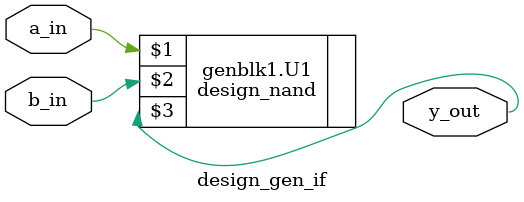
<source format=v>
`timescale 1ns / 1ps


module design_gen_if(
    input a_in,
    input b_in,
    output y_out
    );
    
parameter NAND_SEL = 1;
generate
    if(NAND_SEL)
        design_nand U1(a_in,b_in,y_out);
    else
        design_nor U1(a_in,b_in,y_out);
endgenerate
endmodule

</source>
